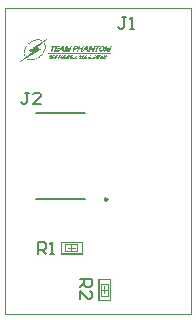
<source format=gto>
G04 Layer_Color=65535*
%FSLAX25Y25*%
%MOIN*%
G70*
G01*
G75*
%ADD13C,0.01000*%
%ADD14C,0.00394*%
%ADD15C,0.00197*%
%ADD18C,0.00787*%
%ADD19C,0.00591*%
G36*
X1442213Y717813D02*
X1441737D01*
X1441691Y717683D01*
X1442106D01*
X1442006Y717391D01*
X1441591D01*
X1441545Y717260D01*
X1442029D01*
X1441929Y716961D01*
X1441131D01*
X1441492Y718028D01*
X1441630Y718067D01*
X1442313Y718105D01*
X1442213Y717813D01*
D02*
G37*
G36*
X1442866Y718097D02*
X1442920Y718082D01*
X1442935Y718074D01*
X1442958Y718067D01*
X1442997Y718036D01*
X1443027Y717998D01*
X1443035Y717990D01*
X1443051Y717967D01*
X1443058Y717952D01*
X1443112Y718105D01*
X1443964D01*
X1443865Y717821D01*
X1443596D01*
X1443304Y716961D01*
X1442989D01*
X1443294Y717848D01*
X1443071Y717827D01*
X1443074Y717836D01*
Y717859D01*
Y717875D01*
Y717890D01*
X1443066Y717936D01*
X1443058Y717952D01*
X1443012Y717821D01*
X1443071Y717827D01*
X1443066Y717806D01*
Y717767D01*
X1443058Y717721D01*
X1443043Y717660D01*
X1442743D01*
Y717675D01*
Y717698D01*
Y717729D01*
Y717752D01*
Y717760D01*
X1442736Y717767D01*
X1442720Y717790D01*
Y717798D01*
X1442705D01*
X1442690Y717806D01*
X1442682Y717813D01*
X1442667D01*
X1442659Y717806D01*
X1442628Y717798D01*
X1442620D01*
Y717806D01*
X1442605Y717798D01*
X1442582Y717783D01*
X1442574Y717775D01*
X1442551Y717760D01*
X1442536Y717744D01*
X1442528Y717736D01*
X1442513Y717706D01*
Y717698D01*
X1442505Y717683D01*
X1442490Y717652D01*
Y717644D01*
X1442482Y717621D01*
X1442467Y717583D01*
X1442451Y717537D01*
Y717521D01*
X1442436Y717491D01*
X1442428Y717452D01*
X1442413Y717414D01*
Y717406D01*
X1442405Y717391D01*
X1442398Y717368D01*
X1442390Y717345D01*
Y717337D01*
Y717322D01*
Y717314D01*
Y717306D01*
X1442398Y717299D01*
X1442405Y717283D01*
X1442413Y717276D01*
X1442436Y717268D01*
X1442444D01*
Y717260D01*
X1442498D01*
X1442551Y717276D01*
X1442559Y717283D01*
X1442582Y717299D01*
X1442613Y717337D01*
X1442659Y717399D01*
X1442951D01*
X1442928Y717322D01*
Y717314D01*
X1442920Y717306D01*
X1442897Y717260D01*
X1442859Y717199D01*
X1442813Y717145D01*
X1442805Y717137D01*
X1442774Y717107D01*
X1442728Y717076D01*
X1442682Y717045D01*
X1442667Y717038D01*
X1442636Y717022D01*
X1442582Y716999D01*
X1442528Y716976D01*
X1442513D01*
X1442482Y716968D01*
X1442428Y716961D01*
X1442375Y716953D01*
X1442329D01*
X1442290Y716961D01*
X1442244Y716968D01*
X1442237Y716976D01*
X1442213Y716984D01*
X1442183Y716999D01*
X1442152Y717022D01*
X1442144Y717030D01*
X1442137Y717045D01*
X1442098Y717091D01*
Y717099D01*
X1442083Y717114D01*
X1442075Y717137D01*
X1442060Y717176D01*
Y717183D01*
Y717191D01*
X1442052Y717207D01*
Y717214D01*
Y717222D01*
Y717245D01*
Y717253D01*
X1442060Y717260D01*
X1442068Y717291D01*
Y717299D01*
Y717314D01*
X1442075Y717345D01*
X1442091Y717383D01*
X1442098Y717391D01*
X1442106Y717429D01*
X1442121Y717475D01*
X1442144Y717537D01*
Y717545D01*
X1442152Y717552D01*
X1442160Y717591D01*
X1442175Y717637D01*
X1442190Y717683D01*
X1442198Y717690D01*
X1442206Y717721D01*
X1442221Y717752D01*
X1442237Y717783D01*
Y717790D01*
X1442244Y717798D01*
X1442267Y717829D01*
Y717836D01*
X1442275Y717852D01*
X1442306Y717898D01*
X1442313Y717905D01*
X1442329Y717921D01*
X1442359Y717944D01*
X1442398Y717975D01*
X1442405Y717982D01*
X1442428Y717998D01*
X1442467Y718021D01*
X1442505Y718044D01*
X1442513Y718051D01*
X1442544Y718067D01*
X1442582Y718082D01*
X1442628Y718097D01*
X1442644D01*
X1442674Y718105D01*
X1442713Y718113D01*
X1442820D01*
X1442866Y718097D01*
D02*
G37*
G36*
X1440532Y717813D02*
X1440048D01*
X1440002Y717683D01*
X1440416D01*
X1440316Y717391D01*
X1439902D01*
X1439856Y717260D01*
X1440339D01*
X1440240Y716961D01*
X1439449D01*
X1439810Y718028D01*
X1439940Y718067D01*
X1440631Y718105D01*
X1440532Y717813D01*
D02*
G37*
G36*
X1440701Y717260D02*
X1441184D01*
X1441084Y716961D01*
X1440286D01*
X1440654Y718028D01*
X1440785Y718067D01*
X1440992Y718105D01*
X1440701Y717260D01*
D02*
G37*
G36*
X1444525Y718097D02*
X1444571Y718082D01*
X1444579D01*
X1444602Y718067D01*
X1444633Y718051D01*
X1444663Y718028D01*
X1444671Y718021D01*
X1444686Y717990D01*
X1444709Y717951D01*
X1444717Y717905D01*
Y717890D01*
X1444725Y717859D01*
X1444717Y717813D01*
X1444702Y717752D01*
Y717744D01*
X1444694Y717729D01*
X1444686Y717706D01*
X1444671Y717683D01*
X1444625Y717606D01*
X1444563Y717537D01*
X1444548Y717521D01*
X1444510Y717491D01*
X1444464Y717460D01*
X1444410Y717437D01*
X1444471Y716961D01*
X1444164D01*
X1444095Y717383D01*
X1444041D01*
X1443895Y716961D01*
X1443588D01*
X1443949Y718028D01*
X1444080Y718067D01*
X1444433Y718105D01*
X1444479D01*
X1444525Y718097D01*
D02*
G37*
G36*
X1434288Y717368D02*
X1434280Y717352D01*
X1434265Y717314D01*
X1434234Y717268D01*
X1434196Y717207D01*
X1434188Y717191D01*
X1434157Y717161D01*
X1434111Y717114D01*
X1434050Y717068D01*
X1434034Y717061D01*
X1434004Y717038D01*
X1433950Y717007D01*
X1433888Y716984D01*
X1433881D01*
X1433873Y716976D01*
X1433835Y716968D01*
X1433773Y716961D01*
X1433704Y716953D01*
X1433650D01*
X1433604Y716961D01*
X1433550Y716976D01*
X1433543Y716984D01*
X1433512Y716999D01*
X1433474Y717030D01*
X1433435Y717068D01*
X1433428Y717076D01*
X1433412Y717107D01*
X1433397Y717153D01*
X1433389Y717199D01*
Y717214D01*
X1433397Y717253D01*
X1433405Y717306D01*
X1433420Y717368D01*
X1433643Y718028D01*
X1433773Y718067D01*
X1433980Y718105D01*
X1433735Y717391D01*
Y717383D01*
X1433727Y717368D01*
X1433719Y717329D01*
X1433727Y717314D01*
X1433735Y717291D01*
X1433742Y717276D01*
X1433765Y717260D01*
X1433873D01*
X1433881Y717268D01*
X1433904Y717283D01*
X1433911Y717291D01*
X1433919Y717299D01*
X1433950Y717329D01*
X1433957Y717337D01*
X1433965Y717352D01*
X1433980Y717391D01*
X1434226Y718105D01*
X1434533D01*
X1434288Y717368D01*
D02*
G37*
G36*
X1433182Y716961D02*
X1432875D01*
X1432985Y717294D01*
X1432844Y717107D01*
X1432606D01*
X1432591Y717286D01*
X1432483Y716961D01*
X1432168D01*
X1432537Y718028D01*
X1432667Y718067D01*
X1432836Y718105D01*
X1432852Y717460D01*
X1433297Y718105D01*
X1433573D01*
X1433182Y716961D01*
D02*
G37*
G36*
X1444817D02*
X1444502D01*
X1444894Y718105D01*
X1445209D01*
X1444817Y716961D01*
D02*
G37*
G36*
X1429157Y717368D02*
X1429150Y717352D01*
X1429134Y717314D01*
X1429104Y717268D01*
X1429065Y717207D01*
X1429058Y717191D01*
X1429027Y717161D01*
X1428981Y717114D01*
X1428927Y717068D01*
X1428912Y717061D01*
X1428881Y717038D01*
X1428827Y717007D01*
X1428758Y716984D01*
X1428743Y716976D01*
X1428704Y716968D01*
X1428651Y716961D01*
X1428581Y716953D01*
X1428528D01*
X1428474Y716961D01*
X1428420Y716976D01*
X1428413Y716984D01*
X1428382Y716999D01*
X1428351Y717030D01*
X1428313Y717068D01*
X1428305Y717076D01*
X1428290Y717107D01*
X1428274Y717153D01*
X1428267Y717199D01*
Y717214D01*
Y717253D01*
X1428274Y717306D01*
X1428290Y717368D01*
X1428512Y718028D01*
X1428643Y718067D01*
X1428850Y718105D01*
X1428612Y717391D01*
Y717383D01*
X1428605Y717368D01*
X1428597Y717329D01*
Y717314D01*
X1428612Y717291D01*
X1428620Y717276D01*
X1428635Y717260D01*
X1428743D01*
X1428750Y717268D01*
X1428781Y717291D01*
X1428789D01*
X1428796Y717299D01*
X1428819Y717329D01*
X1428827Y717337D01*
X1428835Y717352D01*
X1428858Y717391D01*
X1429096Y718105D01*
X1429411D01*
X1429157Y717368D01*
D02*
G37*
G36*
X1439280Y717813D02*
X1438796D01*
X1438750Y717683D01*
X1439165D01*
X1439065Y717391D01*
X1438650D01*
X1438612Y717260D01*
X1439088D01*
X1438988Y716961D01*
X1438197D01*
X1438558Y718028D01*
X1438688Y718067D01*
X1439380Y718105D01*
X1439280Y717813D01*
D02*
G37*
G36*
X1431208Y718105D02*
X1431246Y718097D01*
X1431254D01*
X1431285Y718082D01*
X1431316Y718067D01*
X1431346Y718044D01*
X1431354Y718036D01*
X1431369Y718021D01*
X1431392Y717998D01*
X1431408Y717967D01*
X1431415Y717959D01*
X1431423Y717944D01*
X1431438Y717898D01*
Y717890D01*
X1431446Y717882D01*
Y717836D01*
Y717829D01*
Y717813D01*
X1431438Y717767D01*
Y717760D01*
X1431431Y717736D01*
X1431423Y717706D01*
X1431408Y717660D01*
Y717652D01*
X1431400Y717621D01*
X1431385Y717583D01*
X1431369Y717537D01*
Y717521D01*
X1431354Y717491D01*
X1431339Y717445D01*
X1431323Y717399D01*
Y717391D01*
X1431308Y717368D01*
X1431293Y717329D01*
X1431277Y717291D01*
Y717283D01*
X1431269Y717268D01*
X1431239Y717222D01*
Y717214D01*
X1431223Y717207D01*
X1431185Y717168D01*
X1431177Y717161D01*
X1431162Y717145D01*
X1431139Y717122D01*
X1431108Y717099D01*
X1431100Y717091D01*
X1431077Y717076D01*
X1431047Y717053D01*
X1431001Y717022D01*
X1430993Y717015D01*
X1430962Y717007D01*
X1430916Y716984D01*
X1430870Y716968D01*
X1430862D01*
X1430832Y716961D01*
X1430786Y716953D01*
X1430686D01*
X1430647Y716961D01*
X1430601Y716968D01*
X1430594Y716976D01*
X1430571Y716984D01*
X1430517Y717022D01*
X1430509Y717030D01*
X1430494Y717053D01*
X1430455Y717099D01*
Y717107D01*
X1430440Y717122D01*
X1430425Y717168D01*
Y717176D01*
Y717183D01*
Y717191D01*
Y717199D01*
X1430417Y717214D01*
Y717222D01*
X1430425Y717230D01*
Y717245D01*
Y717253D01*
Y717260D01*
X1430417Y717283D01*
Y717291D01*
X1430425Y717314D01*
X1430440Y717345D01*
X1430448Y717383D01*
X1430455Y717391D01*
X1430463Y717429D01*
X1430478Y717475D01*
X1430501Y717537D01*
Y717545D01*
X1430509Y717552D01*
X1430517Y717583D01*
X1430540Y717629D01*
X1430555Y717675D01*
X1430563Y717683D01*
X1430571Y717713D01*
X1430578Y717744D01*
X1430586Y717775D01*
X1430594Y717783D01*
X1430601Y717798D01*
X1430632Y717836D01*
X1430640Y717844D01*
X1430647Y717859D01*
X1430678Y717898D01*
X1430686Y717905D01*
X1430701Y717921D01*
X1430724Y717944D01*
X1430755Y717967D01*
X1430763Y717975D01*
X1430786Y717998D01*
X1430824Y718021D01*
X1430862Y718044D01*
X1430870Y718051D01*
X1430901Y718067D01*
X1430939Y718082D01*
X1430985Y718097D01*
X1431001D01*
X1431031Y718105D01*
X1431070Y718113D01*
X1431162D01*
X1431208Y718105D01*
D02*
G37*
G36*
X1428436Y717813D02*
X1427952D01*
X1427906Y717675D01*
X1428320D01*
X1428220Y717383D01*
X1427806D01*
X1427668Y716961D01*
X1427353D01*
X1427744Y718105D01*
X1428535D01*
X1428436Y717813D01*
D02*
G37*
G36*
X1426347Y723865D02*
X1426339Y723842D01*
X1426331Y723811D01*
X1426324Y723788D01*
Y723781D01*
Y723758D01*
X1426308Y723727D01*
X1426301Y723719D01*
X1426285Y723711D01*
X1426262Y723689D01*
X1426224Y723658D01*
X1426178Y723619D01*
X1426124Y723573D01*
X1425993Y723473D01*
X1425840Y723343D01*
X1425671Y723212D01*
X1425494Y723066D01*
X1425310Y722913D01*
X1425302Y722905D01*
X1425287Y722897D01*
X1425264Y722874D01*
X1425225Y722844D01*
X1425179Y722813D01*
X1425125Y722767D01*
X1425003Y722667D01*
X1424857Y722544D01*
X1424688Y722414D01*
X1424519Y722268D01*
X1424334Y722122D01*
X1424327Y722114D01*
X1424311Y722106D01*
X1424288Y722083D01*
X1424250Y722053D01*
X1424204Y722022D01*
X1424158Y721976D01*
X1424027Y721876D01*
X1423881Y721753D01*
X1423712Y721623D01*
X1423536Y721477D01*
X1423351Y721331D01*
X1423344Y721323D01*
X1423328Y721315D01*
X1423305Y721292D01*
X1423267Y721262D01*
X1423228Y721231D01*
X1423175Y721185D01*
X1423052Y721093D01*
X1422914Y720985D01*
X1422752Y720862D01*
X1422591Y720739D01*
X1422422Y720624D01*
X1422437D01*
X1422484Y720609D01*
X1422545Y720593D01*
X1422637Y720570D01*
X1422737Y720547D01*
X1422860Y720509D01*
X1422990Y720471D01*
X1423129Y720432D01*
X1423136D01*
X1423144Y720425D01*
X1423167D01*
X1423198Y720417D01*
X1423275Y720394D01*
X1423374Y720363D01*
X1423497Y720325D01*
X1423635Y720279D01*
X1423789Y720225D01*
X1423950Y720171D01*
X1423943Y720163D01*
X1423927Y720148D01*
X1423904Y720125D01*
X1423874Y720102D01*
X1423804Y720048D01*
X1423781Y720025D01*
X1423758Y720010D01*
X1423751Y720002D01*
X1423728Y719994D01*
X1423689Y719971D01*
X1423635Y719933D01*
X1423628Y719925D01*
X1423597Y719910D01*
X1423559Y719887D01*
X1423497Y719848D01*
X1423421Y719802D01*
X1423328Y719756D01*
X1423228Y719695D01*
X1423113Y719633D01*
X1422990Y719557D01*
X1422860Y719480D01*
X1422714Y719403D01*
X1422560Y719319D01*
X1422238Y719142D01*
X1421900Y718958D01*
X1421892Y718950D01*
X1421861Y718935D01*
X1421823Y718912D01*
X1421762Y718873D01*
X1421692Y718835D01*
X1421608Y718781D01*
X1421516Y718727D01*
X1421408Y718658D01*
X1421293Y718589D01*
X1421170Y718520D01*
X1420901Y718359D01*
X1420617Y718182D01*
X1420318Y718005D01*
X1420310Y717998D01*
X1420279Y717982D01*
X1420241Y717959D01*
X1420179Y717929D01*
X1420110Y717882D01*
X1420026Y717829D01*
X1419934Y717775D01*
X1419826Y717713D01*
X1419711Y717644D01*
X1419588Y717567D01*
X1419319Y717406D01*
X1419035Y717237D01*
X1418743Y717061D01*
X1418736Y717053D01*
X1418713Y717038D01*
X1418674Y717015D01*
X1418628Y716984D01*
X1418567Y716938D01*
X1418490Y716892D01*
X1418405Y716838D01*
X1418313Y716777D01*
X1418206Y716707D01*
X1418091Y716631D01*
X1417845Y716477D01*
X1417576Y716308D01*
X1417284Y716139D01*
X1417276D01*
X1417261Y716124D01*
X1417215Y716101D01*
X1417184Y716085D01*
X1417146Y716070D01*
X1417138D01*
X1417131Y716062D01*
X1417085Y716047D01*
X1417038D01*
X1417015Y716055D01*
X1417000Y716078D01*
Y716085D01*
Y716093D01*
X1417015Y716139D01*
X1417038Y716193D01*
X1417085Y716239D01*
X1417092D01*
X1417100Y716247D01*
X1417131Y716270D01*
X1417177Y716293D01*
X1417223Y716323D01*
X1417230D01*
X1417238Y716339D01*
X1417284Y716369D01*
X1417361Y716431D01*
X1417461Y716508D01*
X1417576Y716592D01*
X1417699Y716700D01*
X1417845Y716807D01*
X1417991Y716922D01*
X1417998Y716930D01*
X1418006Y716938D01*
X1418029Y716953D01*
X1418060Y716976D01*
X1418137Y717038D01*
X1418237Y717122D01*
X1418359Y717214D01*
X1418498Y717322D01*
X1418643Y717437D01*
X1418797Y717552D01*
X1418805Y717560D01*
X1418812Y717567D01*
X1418836Y717583D01*
X1418866Y717606D01*
X1418951Y717667D01*
X1419058Y717752D01*
X1419181Y717852D01*
X1419319Y717959D01*
X1419473Y718074D01*
X1419619Y718190D01*
X1419627D01*
X1419634Y718205D01*
X1419680Y718236D01*
X1419749Y718297D01*
X1419834Y718366D01*
X1419949Y718458D01*
X1420072Y718558D01*
X1420203Y718666D01*
X1420348Y718781D01*
X1420356Y718789D01*
X1420372Y718804D01*
X1420402Y718827D01*
X1420441Y718850D01*
X1420541Y718927D01*
X1420648Y719011D01*
X1420656Y719019D01*
X1420679Y719034D01*
X1420709Y719057D01*
X1420755Y719088D01*
X1420809Y719119D01*
X1420871Y719157D01*
X1420940Y719203D01*
X1421017Y719249D01*
X1420924Y719226D01*
X1420909D01*
X1420871Y719234D01*
X1420809Y719249D01*
X1420732Y719265D01*
X1420648Y719288D01*
X1420548Y719319D01*
X1420333Y719388D01*
X1420318Y719395D01*
X1420287Y719411D01*
X1420226Y719434D01*
X1420149Y719464D01*
X1420057Y719503D01*
X1419949Y719549D01*
X1419826Y719603D01*
X1419703Y719664D01*
X1419711Y719672D01*
X1419742Y719695D01*
X1419788Y719726D01*
X1419849Y719764D01*
X1419934Y719818D01*
X1420026Y719887D01*
X1420126Y719956D01*
X1420241Y720033D01*
X1420364Y720117D01*
X1420502Y720202D01*
X1420786Y720394D01*
X1421078Y720586D01*
X1421385Y720778D01*
X1421393Y720785D01*
X1421424Y720801D01*
X1421462Y720831D01*
X1421523Y720870D01*
X1421600Y720916D01*
X1421685Y720970D01*
X1421777Y721031D01*
X1421892Y721100D01*
X1422007Y721177D01*
X1422130Y721254D01*
X1422407Y721431D01*
X1422691Y721615D01*
X1422990Y721807D01*
X1422998Y721815D01*
X1423029Y721830D01*
X1423067Y721861D01*
X1423129Y721899D01*
X1423205Y721945D01*
X1423290Y721999D01*
X1423382Y722060D01*
X1423497Y722129D01*
X1423612Y722206D01*
X1423735Y722283D01*
X1424012Y722460D01*
X1424296Y722644D01*
X1424596Y722836D01*
X1424603Y722844D01*
X1424634Y722859D01*
X1424680Y722890D01*
X1424734Y722928D01*
X1424811Y722974D01*
X1424903Y723028D01*
X1425003Y723089D01*
X1425118Y723159D01*
X1425241Y723235D01*
X1425379Y723320D01*
X1425525Y723404D01*
X1425678Y723496D01*
X1426001Y723681D01*
X1426347Y723880D01*
Y723865D01*
D02*
G37*
G36*
X1425148Y722329D02*
X1425164Y722314D01*
X1425171Y722291D01*
X1425195Y722252D01*
X1425218Y722214D01*
X1425241Y722160D01*
X1425294Y722037D01*
X1425348Y721884D01*
X1425402Y721715D01*
X1425440Y721523D01*
X1425463Y721323D01*
Y721315D01*
Y721300D01*
Y721269D01*
Y721231D01*
X1425471Y721177D01*
X1425463Y721123D01*
Y721054D01*
Y720977D01*
X1425448Y720809D01*
X1425425Y720616D01*
X1425387Y720401D01*
X1425333Y720186D01*
Y720179D01*
X1425325Y720163D01*
X1425317Y720125D01*
X1425302Y720087D01*
X1425279Y720033D01*
X1425264Y719964D01*
X1425233Y719895D01*
X1425202Y719818D01*
X1425125Y719633D01*
X1425033Y719441D01*
X1424926Y719226D01*
X1424795Y719011D01*
X1424788Y719004D01*
X1424780Y718988D01*
X1424757Y718958D01*
X1424734Y718912D01*
X1424695Y718865D01*
X1424657Y718804D01*
X1424549Y718666D01*
X1424427Y718497D01*
X1424273Y718320D01*
X1424104Y718136D01*
X1423920Y717951D01*
X1423912Y717944D01*
X1423897Y717929D01*
X1423866Y717905D01*
X1423827Y717867D01*
X1423781Y717829D01*
X1423728Y717783D01*
X1423659Y717729D01*
X1423589Y717667D01*
X1423421Y717537D01*
X1423236Y717399D01*
X1423021Y717260D01*
X1422798Y717122D01*
X1422791D01*
X1422768Y717107D01*
X1422737Y717091D01*
X1422691Y717068D01*
X1422637Y717038D01*
X1422576Y717007D01*
X1422499Y716968D01*
X1422414Y716930D01*
X1422230Y716853D01*
X1422015Y716769D01*
X1421792Y716692D01*
X1421554Y716623D01*
X1421547D01*
X1421508Y716615D01*
X1421462Y716600D01*
X1421401Y716592D01*
X1421324Y716577D01*
X1421239Y716561D01*
X1421063Y716531D01*
X1421055D01*
X1421024Y716523D01*
X1420978D01*
X1420924Y716515D01*
X1420794Y716508D01*
X1420663Y716500D01*
X1420633Y716538D01*
X1420594D01*
X1420564Y716531D01*
X1420279D01*
X1420156Y716538D01*
X1420026Y716546D01*
X1419903Y716569D01*
X1419888D01*
X1419849Y716584D01*
X1419788Y716600D01*
X1419711Y716623D01*
X1419611Y716654D01*
X1419511Y716692D01*
X1419396Y716746D01*
X1419281Y716799D01*
X1419465Y717061D01*
X1419473D01*
X1419488Y717053D01*
X1419519Y717038D01*
X1419557Y717022D01*
X1419604Y717007D01*
X1419657Y716992D01*
X1419788Y716945D01*
X1419941Y716899D01*
X1420118Y716861D01*
X1420310Y716830D01*
X1420502Y716807D01*
X1420840D01*
X1421001Y716823D01*
X1421186Y716838D01*
X1421378Y716869D01*
X1421585Y716915D01*
X1421593D01*
X1421608Y716922D01*
X1421639Y716930D01*
X1421685Y716945D01*
X1421731Y716961D01*
X1421792Y716976D01*
X1421861Y716999D01*
X1421938Y717030D01*
X1422107Y717091D01*
X1422291Y717176D01*
X1422499Y717268D01*
X1422706Y717383D01*
X1422714D01*
X1422729Y717399D01*
X1422760Y717414D01*
X1422798Y717437D01*
X1422845Y717460D01*
X1422898Y717498D01*
X1423029Y717575D01*
X1423182Y717675D01*
X1423344Y717790D01*
X1423513Y717921D01*
X1423682Y718059D01*
X1423689Y718067D01*
X1423705Y718082D01*
X1423735Y718113D01*
X1423766Y718151D01*
X1423812Y718197D01*
X1423866Y718259D01*
X1423920Y718320D01*
X1423989Y718389D01*
X1424127Y718558D01*
X1424265Y718735D01*
X1424411Y718935D01*
X1424549Y719134D01*
Y719142D01*
X1424565Y719157D01*
X1424580Y719180D01*
X1424603Y719219D01*
X1424626Y719265D01*
X1424657Y719319D01*
X1424726Y719449D01*
X1424803Y719603D01*
X1424880Y719772D01*
X1424957Y719956D01*
X1425018Y720148D01*
Y720156D01*
X1425026Y720171D01*
X1425033Y720202D01*
X1425041Y720240D01*
X1425056Y720286D01*
X1425064Y720340D01*
X1425095Y720471D01*
X1425118Y720632D01*
X1425133Y720809D01*
X1425141Y720993D01*
Y721185D01*
Y721193D01*
Y721208D01*
Y721231D01*
X1425133Y721269D01*
X1425125Y721315D01*
X1425118Y721369D01*
X1425102Y721492D01*
X1425064Y721646D01*
X1425018Y721807D01*
X1424957Y721983D01*
X1424880Y722160D01*
X1425148Y722337D01*
Y722329D01*
D02*
G37*
G36*
X1430601Y717813D02*
X1430125D01*
X1430071Y717675D01*
X1430486D01*
X1430394Y717383D01*
X1429979D01*
X1429833Y716961D01*
X1429518D01*
X1429910Y718105D01*
X1430701D01*
X1430601Y717813D01*
D02*
G37*
G36*
X1435993Y716961D02*
X1435693D01*
X1435770Y717219D01*
X1435432Y717183D01*
X1435286Y716961D01*
X1435040D01*
X1435101Y717129D01*
X1435762Y718105D01*
X1435993D01*
Y716961D01*
D02*
G37*
G36*
X1438181D02*
X1437882D01*
X1437958Y717218D01*
X1437628Y717183D01*
X1437475Y716961D01*
X1437175D01*
X1437951Y718105D01*
X1438189D01*
X1438181Y716961D01*
D02*
G37*
G36*
X1432191Y718097D02*
X1432237Y718082D01*
X1432245D01*
X1432268Y718067D01*
X1432306Y718051D01*
X1432345Y718021D01*
X1432352Y718013D01*
X1432368Y717990D01*
X1432383Y717951D01*
X1432391Y717905D01*
Y717890D01*
Y717859D01*
Y717813D01*
X1432375Y717752D01*
Y717744D01*
X1432368Y717729D01*
X1432360Y717706D01*
X1432345Y717683D01*
X1432299Y717606D01*
X1432237Y717537D01*
X1432229D01*
X1432222Y717521D01*
X1432183Y717491D01*
X1432130Y717460D01*
X1432076Y717437D01*
X1432145Y716961D01*
X1431830D01*
X1431769Y717383D01*
X1431707D01*
X1431561Y716961D01*
X1431254D01*
X1431638Y718105D01*
X1432153D01*
X1432191Y718097D01*
D02*
G37*
G36*
X1434656Y717260D02*
X1435148D01*
X1435101Y717129D01*
X1434987Y716961D01*
X1434249D01*
X1434610Y718028D01*
X1434741Y718067D01*
X1434941Y718105D01*
X1434656Y717260D01*
D02*
G37*
G36*
X1431577Y719388D02*
X1431085D01*
X1431054Y719864D01*
X1430448D01*
X1430724Y720294D01*
X1431054D01*
X1431039Y720801D01*
X1430033Y719388D01*
X1429572D01*
X1429578Y719406D01*
X1429564Y719388D01*
X1428197D01*
X1428850Y721285D01*
X1430210D01*
X1430179Y721208D01*
X1430056Y720855D01*
X1429188D01*
X1429088Y720563D01*
X1429925D01*
X1429772Y720125D01*
X1428927D01*
X1428827Y719818D01*
X1429718D01*
X1429578Y719406D01*
X1430985Y721285D01*
X1431438D01*
X1431577Y719388D01*
D02*
G37*
G36*
X1433627D02*
X1433166D01*
X1433573Y720601D01*
X1432821Y719388D01*
X1432437D01*
X1432506Y720601D01*
X1432091Y719388D01*
X1431792D01*
X1431653Y719464D01*
X1432275Y721285D01*
X1432744D01*
X1432829Y719964D01*
X1433811Y721285D01*
X1434272D01*
X1433627Y719388D01*
D02*
G37*
G36*
X1443557Y721208D02*
X1443435Y720855D01*
X1442935D01*
X1442436Y719388D01*
X1441952D01*
X1442451Y720855D01*
X1441945D01*
X1442091Y721285D01*
X1443581D01*
X1443557Y721208D01*
D02*
G37*
G36*
X1428804D02*
X1428681Y720855D01*
X1428174D01*
X1427675Y719388D01*
X1427191D01*
X1427691Y720855D01*
X1427191D01*
X1427337Y721285D01*
X1428827D01*
X1428804Y721208D01*
D02*
G37*
G36*
X1439648Y719388D02*
X1439165D01*
X1439126Y719864D01*
X1438519D01*
X1438803Y720294D01*
X1439134D01*
X1439111Y720801D01*
X1438143Y719449D01*
X1438097Y719426D01*
X1437636Y719388D01*
X1439057Y721285D01*
X1439510D01*
X1439648Y719388D01*
D02*
G37*
G36*
X1437590D02*
X1437099D01*
X1437352Y720133D01*
X1436653D01*
X1436400Y719388D01*
X1436069D01*
X1435939Y719464D01*
X1436561Y721285D01*
X1437045D01*
X1436799Y720563D01*
X1437506D01*
X1437751Y721285D01*
X1438235D01*
X1437590Y719388D01*
D02*
G37*
G36*
X1423190Y723489D02*
X1423244D01*
X1423298Y723481D01*
X1423367Y723473D01*
X1423444Y723458D01*
X1423612Y723427D01*
X1423797Y723381D01*
X1423989Y723320D01*
X1424189Y723235D01*
X1424012Y722974D01*
X1424004D01*
X1423989Y722982D01*
X1423958Y722990D01*
X1423927Y723005D01*
X1423874Y723020D01*
X1423820Y723036D01*
X1423689Y723074D01*
X1423536Y723112D01*
X1423359Y723151D01*
X1423167Y723174D01*
X1422975Y723189D01*
X1422783D01*
X1422714Y723182D01*
X1422645D01*
X1422484Y723166D01*
X1422307Y723143D01*
X1422107Y723105D01*
X1421908Y723059D01*
X1421900D01*
X1421885Y723051D01*
X1421854Y723043D01*
X1421815Y723028D01*
X1421762Y723013D01*
X1421708Y722997D01*
X1421639Y722974D01*
X1421570Y722951D01*
X1421401Y722882D01*
X1421224Y722805D01*
X1421024Y722713D01*
X1420825Y722606D01*
X1420817D01*
X1420802Y722590D01*
X1420771Y722575D01*
X1420732Y722552D01*
X1420686Y722521D01*
X1420633Y722490D01*
X1420564Y722444D01*
X1420494Y722398D01*
X1420333Y722291D01*
X1420149Y722153D01*
X1419957Y721999D01*
X1419757Y721830D01*
X1419749Y721822D01*
X1419742Y721815D01*
X1419719Y721792D01*
X1419688Y721761D01*
X1419657Y721715D01*
X1419611Y721669D01*
X1419511Y721553D01*
X1419396Y721415D01*
X1419273Y721254D01*
X1419143Y721077D01*
X1419012Y720885D01*
Y720878D01*
X1418997Y720862D01*
X1418981Y720839D01*
X1418958Y720801D01*
X1418935Y720755D01*
X1418905Y720709D01*
X1418843Y720578D01*
X1418766Y720432D01*
X1418690Y720263D01*
X1418613Y720079D01*
X1418551Y719887D01*
Y719879D01*
X1418544Y719864D01*
X1418536Y719833D01*
X1418528Y719795D01*
X1418513Y719749D01*
X1418505Y719695D01*
X1418490Y719633D01*
X1418475Y719557D01*
X1418444Y719395D01*
X1418413Y719203D01*
X1418390Y718996D01*
X1418375Y718773D01*
Y718766D01*
Y718758D01*
X1418382Y718735D01*
Y718704D01*
X1418398Y718627D01*
X1418421Y718520D01*
X1418459Y718389D01*
X1418498Y718243D01*
X1418559Y718082D01*
X1418628Y717905D01*
X1418444Y717775D01*
X1418313Y717806D01*
Y717813D01*
X1418306Y717829D01*
X1418290Y717852D01*
X1418275Y717882D01*
X1418260Y717921D01*
X1418244Y717967D01*
X1418198Y718090D01*
X1418160Y718236D01*
X1418121Y718405D01*
X1418098Y718597D01*
X1418083Y718804D01*
Y718812D01*
Y718827D01*
Y718858D01*
Y718889D01*
Y718935D01*
Y718996D01*
Y719057D01*
X1418091Y719127D01*
X1418106Y719288D01*
X1418129Y719464D01*
X1418175Y719664D01*
X1418229Y719872D01*
Y719879D01*
X1418237Y719895D01*
X1418244Y719925D01*
X1418260Y719971D01*
X1418283Y720025D01*
X1418306Y720087D01*
X1418329Y720156D01*
X1418367Y720232D01*
X1418436Y720409D01*
X1418536Y720601D01*
X1418643Y720809D01*
X1418774Y721024D01*
X1418782Y721031D01*
X1418789Y721047D01*
X1418805Y721077D01*
X1418836Y721116D01*
X1418866Y721162D01*
X1418905Y721215D01*
X1419005Y721338D01*
X1419120Y721484D01*
X1419258Y721646D01*
X1419411Y721807D01*
X1419580Y721960D01*
X1419588Y721968D01*
X1419604Y721983D01*
X1419634Y722014D01*
X1419680Y722053D01*
X1419726Y722099D01*
X1419788Y722160D01*
X1419857Y722222D01*
X1419934Y722283D01*
X1420110Y722429D01*
X1420310Y722583D01*
X1420517Y722736D01*
X1420740Y722874D01*
X1420748Y722882D01*
X1420763Y722890D01*
X1420794Y722905D01*
X1420840Y722928D01*
X1420894Y722951D01*
X1420955Y722982D01*
X1421024Y723020D01*
X1421101Y723059D01*
X1421278Y723136D01*
X1421477Y723212D01*
X1421685Y723289D01*
X1421908Y723358D01*
X1421915D01*
X1421938Y723366D01*
X1421969Y723374D01*
X1422007Y723381D01*
X1422061Y723397D01*
X1422130Y723412D01*
X1422199Y723420D01*
X1422284Y723435D01*
X1422460Y723466D01*
X1422660Y723481D01*
X1422875Y723496D01*
X1423144D01*
X1423190Y723489D01*
D02*
G37*
G36*
X1441430Y719388D02*
X1440969D01*
X1440616Y720686D01*
X1440178Y719388D01*
X1439702D01*
X1440347Y721285D01*
X1440793D01*
X1441161Y720017D01*
X1441599Y721285D01*
X1442075D01*
X1441430Y719388D01*
D02*
G37*
G36*
X1446937D02*
X1446484D01*
X1446898Y720601D01*
X1446138Y719388D01*
X1445754D01*
X1445815Y720601D01*
X1445401Y719388D01*
X1444948D01*
X1445593Y721285D01*
X1446061D01*
X1446146Y719964D01*
X1447129Y721285D01*
X1447589D01*
X1446937Y719388D01*
D02*
G37*
G36*
X1435993Y721277D02*
X1436054Y721269D01*
X1436115Y721246D01*
X1436185Y721223D01*
X1436246Y721185D01*
X1436292Y721139D01*
X1436300Y721131D01*
X1436308Y721116D01*
X1436323Y721077D01*
X1436338Y721031D01*
X1436346Y720970D01*
X1436354Y720901D01*
X1436338Y720816D01*
X1436315Y720716D01*
X1436308Y720701D01*
X1436292Y720670D01*
X1436269Y720609D01*
X1436231Y720547D01*
X1436185Y720471D01*
X1436115Y720386D01*
X1436039Y720309D01*
X1435947Y720232D01*
X1435931Y720225D01*
X1435900Y720202D01*
X1435839Y720171D01*
X1435747Y720133D01*
X1435639Y720094D01*
X1435509Y720056D01*
X1435355Y720017D01*
X1435179Y719987D01*
X1435271Y720425D01*
X1435286D01*
X1435317Y720432D01*
X1435363Y720440D01*
X1435424Y720455D01*
X1435555Y720494D01*
X1435616Y720517D01*
X1435662Y720540D01*
X1435670D01*
X1435678Y720555D01*
X1435724Y720586D01*
X1435770Y720640D01*
X1435793Y720670D01*
X1435808Y720709D01*
X1435816Y720724D01*
X1435824Y720755D01*
Y720785D01*
X1435816Y720816D01*
X1435808Y720824D01*
X1435793Y720831D01*
X1435762Y720839D01*
X1435716Y720847D01*
X1435363D01*
X1434871Y719388D01*
X1434541D01*
X1434411Y719464D01*
X1435033Y721285D01*
X1435939D01*
X1435993Y721277D01*
D02*
G37*
G36*
X1437298Y718097D02*
X1437360Y718082D01*
X1437367D01*
X1437375Y718074D01*
X1437413Y718059D01*
X1437467Y718021D01*
X1437521Y717959D01*
X1437298Y717729D01*
X1437283Y717736D01*
X1437245Y717752D01*
X1437198Y717775D01*
X1437152Y717790D01*
X1437145D01*
X1437122Y717798D01*
X1437091Y717806D01*
X1437053Y717813D01*
X1437045D01*
X1437022Y717806D01*
X1437014Y717798D01*
X1436983Y717790D01*
X1436976Y717775D01*
X1436968Y717767D01*
X1436960Y717744D01*
Y717736D01*
X1436953Y717729D01*
X1436960Y717721D01*
Y717713D01*
X1436968Y717706D01*
X1436983Y717698D01*
X1437014Y717690D01*
X1437022D01*
X1437045Y717683D01*
X1437114D01*
X1437152Y717675D01*
X1437198Y717660D01*
X1437245Y717637D01*
X1437252Y717629D01*
X1437275Y717614D01*
X1437306Y717591D01*
X1437329Y717552D01*
X1437337Y717545D01*
X1437344Y717521D01*
X1437352Y717483D01*
Y717437D01*
Y717429D01*
Y717406D01*
X1437344Y717368D01*
X1437337Y717322D01*
Y717314D01*
X1437321Y717291D01*
X1437306Y717260D01*
X1437291Y717222D01*
X1437221Y717130D01*
X1437183Y717084D01*
X1437129Y717045D01*
X1437122D01*
X1437106Y717030D01*
X1437076Y717015D01*
X1437029Y716999D01*
X1436976Y716984D01*
X1436922Y716968D01*
X1436853Y716961D01*
X1436776Y716953D01*
X1436730D01*
X1436699Y716961D01*
X1436630Y716968D01*
X1436553Y716992D01*
X1436546D01*
X1436538Y716999D01*
X1436500Y717030D01*
X1436446Y717076D01*
X1436423Y717114D01*
X1436392Y717161D01*
X1436630Y717360D01*
X1436638D01*
X1436645Y717352D01*
X1436684Y717322D01*
X1436730Y717299D01*
X1436768Y717276D01*
X1436776D01*
X1436814Y717268D01*
X1436837D01*
X1436876Y717260D01*
X1436960D01*
X1436937Y717245D01*
X1436922Y717230D01*
X1436914Y717222D01*
X1436968Y717260D01*
X1436960D01*
X1436983Y717276D01*
X1436991D01*
X1436999Y717291D01*
X1437014Y717299D01*
X1437022Y717322D01*
Y717329D01*
Y717337D01*
Y717352D01*
X1437014Y717360D01*
X1436999Y717368D01*
X1436976Y717376D01*
X1436907D01*
X1436891Y717383D01*
X1436853Y717391D01*
X1436837D01*
X1436807Y717399D01*
X1436768Y717414D01*
X1436722Y717429D01*
X1436715Y717437D01*
X1436699Y717452D01*
X1436676Y717475D01*
X1436661Y717506D01*
X1436653Y717514D01*
X1436645Y717545D01*
X1436630Y717575D01*
X1436622Y717621D01*
Y717629D01*
Y717660D01*
X1436630Y717698D01*
X1436645Y717744D01*
Y717752D01*
X1436653Y717760D01*
X1436668Y717798D01*
X1436691Y717844D01*
X1436722Y717898D01*
X1436730Y717913D01*
X1436753Y717936D01*
X1436799Y717982D01*
X1436853Y718021D01*
X1436868Y718028D01*
X1436899Y718044D01*
X1436945Y718067D01*
X1436999Y718090D01*
X1437014Y718097D01*
X1437053Y718105D01*
X1437106Y718113D01*
X1437237D01*
X1437298Y718097D01*
D02*
G37*
G36*
X1427368D02*
X1427429Y718082D01*
X1427437D01*
X1427445Y718074D01*
X1427483Y718059D01*
X1427537Y718021D01*
X1427598Y717959D01*
X1427376Y717729D01*
X1427368D01*
X1427360Y717736D01*
X1427322Y717752D01*
X1427268Y717775D01*
X1427222Y717790D01*
X1427214D01*
X1427191Y717798D01*
X1427161Y717806D01*
X1427122Y717813D01*
X1427115D01*
X1427099Y717806D01*
X1427092Y717798D01*
X1427053Y717790D01*
X1427038Y717775D01*
Y717767D01*
X1427030Y717744D01*
X1427022Y717736D01*
X1427030Y717729D01*
X1427038Y717713D01*
X1427045Y717706D01*
X1427061Y717698D01*
X1427092Y717690D01*
X1427099D01*
X1427122Y717683D01*
X1427191D01*
X1427230Y717675D01*
X1427276Y717660D01*
X1427322Y717637D01*
X1427330Y717629D01*
X1427353Y717614D01*
X1427376Y717591D01*
X1427399Y717552D01*
X1427406Y717545D01*
X1427414Y717521D01*
X1427422Y717483D01*
X1427429Y717437D01*
Y717429D01*
Y717406D01*
X1427422Y717376D01*
X1427414Y717337D01*
Y717329D01*
X1427399Y717306D01*
X1427383Y717268D01*
X1427360Y717230D01*
X1427291Y717130D01*
X1427245Y717084D01*
X1427191Y717045D01*
X1427184D01*
X1427168Y717030D01*
X1427138Y717015D01*
X1427099Y716999D01*
X1427045Y716984D01*
X1426992Y716968D01*
X1426923Y716961D01*
X1426853Y716953D01*
X1426807D01*
X1426777Y716961D01*
X1426707Y716968D01*
X1426631Y716992D01*
X1426623D01*
X1426615Y716999D01*
X1426577Y717030D01*
X1426523Y717076D01*
X1426493Y717114D01*
X1426462Y717161D01*
X1426715Y717360D01*
X1426731Y717352D01*
X1426761Y717322D01*
X1426800Y717299D01*
X1426838Y717276D01*
X1426846D01*
X1426884Y717268D01*
X1426915D01*
X1426946Y717260D01*
X1427030D01*
X1427007Y717245D01*
X1426992Y717230D01*
X1426984Y717222D01*
X1427045Y717260D01*
X1427030D01*
X1427053Y717276D01*
X1427061D01*
X1427069Y717291D01*
X1427099Y717322D01*
Y717329D01*
Y717345D01*
X1427092Y717352D01*
X1427084Y717360D01*
X1427076Y717368D01*
X1427053Y717376D01*
X1426984D01*
X1426969Y717383D01*
X1426923Y717391D01*
X1426915D01*
X1426884Y717399D01*
X1426838Y717414D01*
X1426800Y717429D01*
X1426792Y717437D01*
X1426777Y717452D01*
X1426754Y717475D01*
X1426731Y717506D01*
X1426723Y717514D01*
X1426715Y717545D01*
X1426700Y717583D01*
X1426692Y717621D01*
Y717629D01*
Y717660D01*
X1426700Y717698D01*
X1426715Y717744D01*
Y717752D01*
X1426723Y717760D01*
X1426738Y717798D01*
X1426761Y717844D01*
X1426800Y717898D01*
X1426807Y717913D01*
X1426838Y717936D01*
X1426877Y717982D01*
X1426923Y718021D01*
X1426930Y718028D01*
X1426961Y718044D01*
X1427007Y718067D01*
X1427069Y718090D01*
X1427076D01*
X1427084Y718097D01*
X1427122Y718105D01*
X1427176Y718113D01*
X1427307D01*
X1427368Y718097D01*
D02*
G37*
G36*
X1445823D02*
X1445869Y718082D01*
X1445885Y718074D01*
X1445907Y718067D01*
X1445946Y718036D01*
X1445977Y717998D01*
X1445984Y717990D01*
X1446000Y717967D01*
X1446015Y717936D01*
X1446030Y717890D01*
Y717875D01*
Y717859D01*
Y717836D01*
Y717806D01*
Y717767D01*
X1446023Y717721D01*
X1446007Y717660D01*
X1445693D01*
Y717667D01*
Y717675D01*
Y717706D01*
Y717736D01*
Y717760D01*
Y717767D01*
X1445685Y717790D01*
X1445677Y717798D01*
X1445669D01*
X1445646Y717806D01*
X1445639Y717813D01*
X1445623D01*
X1445616Y717806D01*
X1445585Y717798D01*
X1445570D01*
Y717806D01*
X1445562Y717798D01*
X1445539Y717783D01*
X1445531Y717775D01*
X1445508Y717760D01*
X1445500D01*
X1445493Y717744D01*
Y717736D01*
X1445485Y717721D01*
Y717713D01*
X1445470Y717706D01*
X1445462Y717683D01*
X1445447Y717652D01*
Y717644D01*
X1445439Y717621D01*
X1445424Y717591D01*
X1445408Y717537D01*
X1445401Y717521D01*
X1445393Y717491D01*
X1445378Y717452D01*
X1445362Y717414D01*
Y717406D01*
Y717391D01*
X1445355Y717345D01*
Y717337D01*
X1445347Y717314D01*
X1445355Y717306D01*
X1445362Y717299D01*
X1445370Y717283D01*
X1445378Y717276D01*
X1445385Y717268D01*
X1445393D01*
X1445401Y717260D01*
X1445454D01*
X1445500Y717276D01*
X1445508Y717283D01*
X1445531Y717299D01*
X1445562Y717337D01*
X1445616Y717399D01*
X1445915D01*
X1445885Y717322D01*
Y717314D01*
X1445877Y717306D01*
X1445846Y717260D01*
X1445808Y717207D01*
X1445762Y717153D01*
X1445754Y717145D01*
X1445723Y717114D01*
X1445685Y717076D01*
X1445631Y717038D01*
X1445616Y717030D01*
X1445585Y717015D01*
X1445539Y716999D01*
X1445485Y716976D01*
X1445470D01*
X1445439Y716968D01*
X1445385Y716961D01*
X1445324Y716953D01*
X1445285D01*
X1445239Y716961D01*
X1445201Y716968D01*
X1445193Y716976D01*
X1445170Y716984D01*
X1445140Y716999D01*
X1445109Y717022D01*
X1445101Y717030D01*
X1445086Y717045D01*
X1445070Y717068D01*
X1445055Y717091D01*
Y717099D01*
X1445047Y717114D01*
X1445024Y717161D01*
Y717168D01*
Y717176D01*
X1445017Y717207D01*
Y717214D01*
Y717222D01*
Y717245D01*
Y717253D01*
Y717260D01*
X1445024Y717291D01*
Y717299D01*
Y717314D01*
X1445032Y717337D01*
X1445040Y717376D01*
X1445047Y717391D01*
X1445055Y717422D01*
X1445070Y717475D01*
X1445093Y717537D01*
Y717545D01*
X1445101Y717552D01*
X1445109Y717591D01*
X1445132Y717637D01*
X1445147Y717683D01*
X1445155Y717690D01*
X1445163Y717721D01*
X1445170Y717752D01*
X1445186Y717775D01*
Y717783D01*
X1445193Y717798D01*
X1445224Y717836D01*
X1445232Y717844D01*
X1445239Y717859D01*
X1445270Y717898D01*
X1445278Y717905D01*
X1445293Y717921D01*
X1445316Y717944D01*
X1445347Y717967D01*
X1445355Y717975D01*
X1445378Y717990D01*
X1445408Y718013D01*
X1445439Y718036D01*
X1445447D01*
X1445454Y718044D01*
X1445493Y718059D01*
X1445539Y718082D01*
X1445593Y718097D01*
X1445608D01*
X1445631Y718105D01*
X1445677Y718113D01*
X1445769D01*
X1445823Y718097D01*
D02*
G37*
G36*
X1447013Y718489D02*
X1425993D01*
X1426070Y718719D01*
X1426201Y718758D01*
X1447113Y718796D01*
X1447013Y718489D01*
D02*
G37*
G36*
X1444663Y721285D02*
X1444763Y721269D01*
X1444863Y721239D01*
X1444971Y721193D01*
X1445063Y721131D01*
X1445132Y721047D01*
X1445140Y721039D01*
X1445155Y721000D01*
X1445170Y720947D01*
X1445186Y720862D01*
X1445201Y720762D01*
X1445193Y720640D01*
X1445170Y720501D01*
X1445124Y720332D01*
Y720325D01*
X1445117Y720309D01*
X1445109Y720286D01*
X1445093Y720256D01*
X1445055Y720171D01*
X1445001Y720071D01*
X1444932Y719956D01*
X1444855Y719833D01*
X1444755Y719718D01*
X1444640Y719618D01*
X1444625Y719610D01*
X1444587Y719580D01*
X1444510Y719541D01*
X1444418Y719495D01*
X1444302Y719449D01*
X1444164Y719411D01*
X1444011Y719380D01*
X1443842Y719372D01*
X1443795D01*
X1443765Y719380D01*
X1443688Y719388D01*
X1443596Y719403D01*
X1443496Y719434D01*
X1443388Y719480D01*
X1443296Y719534D01*
X1443227Y719618D01*
X1443219Y719633D01*
X1443204Y719664D01*
X1443189Y719718D01*
X1443181Y719802D01*
X1443173Y719902D01*
X1443189Y720017D01*
X1443227Y720163D01*
X1443258Y720240D01*
X1443296Y720325D01*
X1443212Y720332D01*
Y720340D01*
X1443219Y720355D01*
X1443227Y720378D01*
X1443243Y720409D01*
X1443281Y720494D01*
X1443335Y720601D01*
X1443404Y720716D01*
X1443488Y720839D01*
X1443588Y720954D01*
X1443703Y721054D01*
X1443711D01*
X1443719Y721062D01*
X1443765Y721093D01*
X1443834Y721131D01*
X1443926Y721177D01*
X1444041Y721223D01*
X1444180Y721262D01*
X1444333Y721292D01*
X1444502Y721300D01*
X1444579D01*
X1444663Y721285D01*
D02*
G37*
%LPC*%
G36*
X1444372Y717821D02*
X1444195D01*
X1444135Y717646D01*
X1444279Y717675D01*
X1444333D01*
X1444341Y717683D01*
X1444364Y717698D01*
X1444372Y717706D01*
X1444379Y717713D01*
X1444387Y717721D01*
X1444402Y717752D01*
Y717760D01*
Y717767D01*
Y717783D01*
Y717790D01*
X1444395Y717806D01*
Y717813D01*
X1444379D01*
X1444372Y717821D01*
D02*
G37*
G36*
X1431024Y717813D02*
X1431016Y717806D01*
X1430993Y717798D01*
X1430978D01*
Y717806D01*
X1430962Y717798D01*
X1430947Y717783D01*
X1430939D01*
X1430931Y717775D01*
X1430916Y717767D01*
X1430893Y717744D01*
Y717736D01*
X1430885Y717721D01*
Y717713D01*
X1430878Y717698D01*
X1430862Y717667D01*
Y717660D01*
X1430847Y717629D01*
X1430832Y717591D01*
X1430809Y717537D01*
X1430801Y717521D01*
X1430793Y717491D01*
X1430778Y717445D01*
X1430763Y717399D01*
Y717391D01*
Y717376D01*
X1430755Y717360D01*
Y717345D01*
Y717337D01*
Y717322D01*
Y717314D01*
X1430770Y717291D01*
Y717283D01*
Y717276D01*
X1430786D01*
X1430801Y717268D01*
X1430809Y717260D01*
X1430878D01*
X1430885Y717268D01*
X1430893D01*
X1430901Y717276D01*
X1430908Y717283D01*
X1430924D01*
X1430931Y717299D01*
X1430939D01*
X1430947Y717306D01*
X1430970Y717329D01*
X1430978Y717337D01*
X1430985Y717345D01*
Y717352D01*
X1430993Y717360D01*
X1431001Y717383D01*
X1431008Y717414D01*
X1431016Y717422D01*
X1431024Y717452D01*
X1431039Y717491D01*
X1431054Y717537D01*
X1431062Y717545D01*
X1431070Y717575D01*
X1431077Y717614D01*
X1431093Y717652D01*
Y717660D01*
X1431100Y717683D01*
X1431108Y717706D01*
Y717721D01*
Y717736D01*
Y717744D01*
X1431093Y717767D01*
Y717775D01*
X1431085Y717783D01*
Y717790D01*
X1431070Y717798D01*
X1431054D01*
X1431047Y717806D01*
X1431024Y717813D01*
D02*
G37*
G36*
X1435885Y717468D02*
X1435713D01*
X1435701Y717391D01*
X1435885Y717468D01*
D02*
G37*
G36*
X1438082D02*
X1437903D01*
X1437890Y717391D01*
X1438082Y717468D01*
D02*
G37*
G36*
X1432037Y717821D02*
X1431861D01*
X1431800Y717646D01*
X1431953Y717675D01*
X1431999D01*
X1432007Y717683D01*
X1432022Y717690D01*
X1432030D01*
X1432037Y717698D01*
X1432053Y717721D01*
X1432061Y717729D01*
X1432076Y717752D01*
Y717760D01*
Y717767D01*
Y717783D01*
Y717790D01*
X1432061Y717806D01*
Y717813D01*
X1432045D01*
X1432037Y717821D01*
D02*
G37*
G36*
X1444356Y720862D02*
X1444318D01*
X1444272Y720855D01*
X1444218Y720847D01*
X1444156Y720831D01*
X1444087Y720809D01*
X1444026Y720778D01*
X1443964Y720732D01*
X1443957Y720724D01*
X1443941Y720709D01*
X1443911Y720678D01*
X1443880Y720640D01*
X1443834Y720586D01*
X1443795Y720517D01*
X1443757Y720432D01*
X1443719Y720340D01*
X1443711Y720325D01*
X1443703Y720294D01*
X1443688Y720248D01*
X1443680Y720186D01*
X1443665Y720117D01*
Y720048D01*
X1443673Y719987D01*
X1443688Y719933D01*
Y719925D01*
X1443703Y719910D01*
X1443726Y719895D01*
X1443749Y719872D01*
X1443795Y719841D01*
X1443849Y719825D01*
X1443911Y719810D01*
X1443995Y719802D01*
X1444034D01*
X1444072Y719810D01*
X1444126Y719818D01*
X1444187Y719833D01*
X1444249Y719856D01*
X1444310Y719887D01*
X1444372Y719933D01*
X1444379Y719941D01*
X1444402Y719956D01*
X1444425Y719987D01*
X1444464Y720033D01*
X1444502Y720087D01*
X1444548Y720163D01*
X1444587Y720240D01*
X1444625Y720340D01*
X1444633Y720355D01*
X1444640Y720386D01*
X1444648Y720432D01*
X1444663Y720494D01*
X1444671Y720555D01*
Y720616D01*
X1444663Y720678D01*
X1444648Y720732D01*
Y720739D01*
X1444633Y720755D01*
X1444617Y720770D01*
X1444587Y720801D01*
X1444548Y720824D01*
X1444494Y720839D01*
X1444433Y720855D01*
X1444356Y720862D01*
D02*
G37*
%LPD*%
D13*
X1445980Y670169D02*
G03*
X1445980Y670169I-394J0D01*
G01*
D14*
X1412000Y734000D02*
X1474000D01*
Y632000D02*
Y734000D01*
X1412000Y632000D02*
X1474000D01*
X1412000D02*
Y734000D01*
X1431933Y652917D02*
Y655083D01*
X1436067Y652917D02*
Y655083D01*
X1431933D02*
X1436067D01*
X1431933Y652917D02*
X1436067D01*
X1443917Y642067D02*
X1446083D01*
X1443917Y637933D02*
X1446083D01*
Y642067D01*
X1443917Y637933D02*
Y642067D01*
X1432917Y654000D02*
X1435083D01*
X1434000Y652917D02*
Y655083D01*
X1445000Y638917D02*
Y641083D01*
X1443917Y640000D02*
X1446083D01*
D15*
X1430457Y652032D02*
Y655969D01*
Y652032D02*
X1437543D01*
Y655969D01*
X1430457D02*
X1437543D01*
X1443032Y643543D02*
X1446968D01*
X1443032Y636457D02*
Y643543D01*
Y636457D02*
X1446968D01*
Y643543D01*
X1430457Y652228D02*
Y655772D01*
X1437543Y652228D02*
Y655772D01*
X1430457D02*
X1437543D01*
X1430457Y652228D02*
X1437543D01*
X1443228Y643543D02*
X1446772D01*
X1443228Y636457D02*
X1446772D01*
Y643543D01*
X1443228Y636457D02*
Y643543D01*
D18*
X1422358Y698831D02*
X1438500D01*
X1422358Y670169D02*
X1438500D01*
D19*
X1423000Y652000D02*
Y655936D01*
X1424968D01*
X1425624Y655280D01*
Y653968D01*
X1424968Y653312D01*
X1423000D01*
X1424312D02*
X1425624Y652000D01*
X1426936D02*
X1428248D01*
X1427592D01*
Y655936D01*
X1426936Y655280D01*
X1437000Y643500D02*
X1440936D01*
Y641532D01*
X1440280Y640876D01*
X1438968D01*
X1438312Y641532D01*
Y643500D01*
Y642188D02*
X1437000Y640876D01*
Y636940D02*
Y639564D01*
X1439624Y636940D01*
X1440280D01*
X1440936Y637596D01*
Y638908D01*
X1440280Y639564D01*
X1452124Y730936D02*
X1450812D01*
X1451468D01*
Y727656D01*
X1450812Y727000D01*
X1450156D01*
X1449500Y727656D01*
X1453436Y727000D02*
X1454748D01*
X1454092D01*
Y730936D01*
X1453436Y730280D01*
X1419824Y705736D02*
X1418512D01*
X1419168D01*
Y702456D01*
X1418512Y701800D01*
X1417856D01*
X1417200Y702456D01*
X1423760Y701800D02*
X1421136D01*
X1423760Y704424D01*
Y705080D01*
X1423104Y705736D01*
X1421792D01*
X1421136Y705080D01*
M02*

</source>
